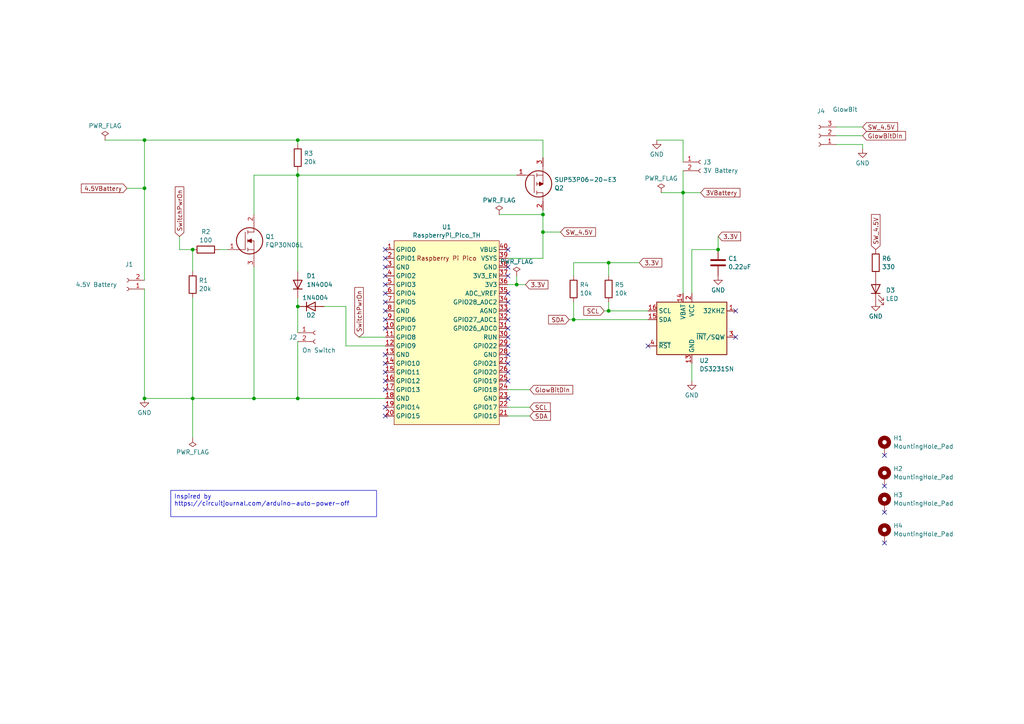
<source format=kicad_sch>
(kicad_sch (version 20230121) (generator eeschema)
  (paper "A4")
  (lib_symbols
    (symbol "Connector:Conn_01x02_Socket" (pin_names (offset 1.016) hide)
      (property "Reference" "J" (at 0 2.54 0))
      (property "Value" "Conn_01x02_Socket" (at 0 -5.08 0))
      (symbol "Conn_01x02_Socket_1_1"
        (arc (start 0 -2.032) (mid -0.5058 -2.54) (end 0 -3.048) (stroke (width 0.1524)))
        (polyline (pts (xy -1.27 -2.54) (xy -0.508 -2.54)) (stroke (width 0.1524)))
        (polyline (pts (xy -1.27 0) (xy -0.508 0)) (stroke (width 0.1524)))
        (arc (start 0 0.508) (mid -0.5058 0) (end 0 -0.508) (stroke (width 0.1524)))
        (pin passive line (at -5.08 0 0) (length 3.81) (name "Pin_1") (number "1"))
        (pin passive line (at -5.08 -2.54 0) (length 3.81) (name "Pin_2") (number "2"))
      )
    )
    (symbol "Connector:Conn_01x03_Socket" (pin_names (offset 1.016) hide)
      (property "Reference" "J" (at 0 5.08 0))
      (property "Value" "Conn_01x03_Socket" (at 0 -5.08 0))
      (symbol "Conn_01x03_Socket_1_1"
        (arc (start 0 -2.032) (mid -0.5058 -2.54) (end 0 -3.048) (stroke (width 0.1524)))
        (polyline (pts (xy -1.27 -2.54) (xy -0.508 -2.54)) (stroke (width 0.1524)))
        (polyline (pts (xy -1.27 0) (xy -0.508 0)) (stroke (width 0.1524)))
        (polyline (pts (xy -1.27 2.54) (xy -0.508 2.54)) (stroke (width 0.1524)))
        (arc (start 0 0.508) (mid -0.5058 0) (end 0 -0.508) (stroke (width 0.1524)))
        (arc (start 0 3.048) (mid -0.5058 2.54) (end 0 2.032) (stroke (width 0.1524)))
        (pin passive line (at -5.08 2.54 0) (length 3.81) (name "Pin_1") (number "1"))
        (pin passive line (at -5.08 0 0) (length 3.81) (name "Pin_2") (number "2"))
        (pin passive line (at -5.08 -2.54 0) (length 3.81) (name "Pin_3") (number "3"))
      )
    )
    (symbol "Device:C" (pin_numbers hide) (pin_names (offset 0.254))
      (property "Reference" "C" (at 0.635 2.54 0))
      (property "Value" "C" (at 0.635 -2.54 0))
      (symbol "C_0_1"
        (polyline (pts (xy -2.032 -0.762) (xy 2.032 -0.762)) (stroke (width 0.508)))
        (polyline (pts (xy -2.032 0.762) (xy 2.032 0.762)) (stroke (width 0.508)))
      )
      (symbol "C_1_1"
        (pin passive line (at 0 3.81 270) (length 2.794) (name "~") (number "1"))
        (pin passive line (at 0 -3.81 90) (length 2.794) (name "~") (number "2"))
      )
    )
    (symbol "Device:D" (pin_numbers hide) (pin_names (offset 1.016) hide)
      (property "Reference" "D" (at 0 2.54 0))
      (property "Value" "D" (at 0 -2.54 0))
      (symbol "D_0_1"
        (polyline (pts (xy -1.27 1.27) (xy -1.27 -1.27)) (stroke (width 0.254)))
        (polyline (pts (xy 1.27 0) (xy -1.27 0)))
        (polyline (pts (xy 1.27 1.27) (xy 1.27 -1.27) (xy -1.27 0) (xy 1.27 1.27)) (stroke (width 0.254)))
      )
      (symbol "D_1_1"
        (pin passive line (at -3.81 0 0) (length 2.54) (name "K") (number "1"))
        (pin passive line (at 3.81 0 180) (length 2.54) (name "A") (number "2"))
      )
    )
    (symbol "Device:LED" (pin_numbers hide) (pin_names (offset 1.016) hide)
      (property "Reference" "D" (at 0 2.54 0))
      (property "Value" "LED" (at 0 -2.54 0))
      (symbol "LED_0_1"
        (polyline (pts (xy -1.27 -1.27) (xy -1.27 1.27)) (stroke (width 0.254)))
        (polyline (pts (xy -1.27 0) (xy 1.27 0)))
        (polyline (pts (xy 1.27 -1.27) (xy 1.27 1.27) (xy -1.27 0) (xy 1.27 -1.27)) (stroke (width 0.254)))
        (polyline (pts (xy -3.048 -0.762) (xy -4.572 -2.286) (xy -3.81 -2.286) (xy -4.572 -2.286) (xy -4.572 -1.524)))
        (polyline (pts (xy -1.778 -0.762) (xy -3.302 -2.286) (xy -2.54 -2.286) (xy -3.302 -2.286) (xy -3.302 -1.524)))
      )
      (symbol "LED_1_1"
        (pin passive line (at -3.81 0 0) (length 2.54) (name "K") (number "1"))
        (pin passive line (at 3.81 0 180) (length 2.54) (name "A") (number "2"))
      )
    )
    (symbol "Device:R" (pin_numbers hide) (pin_names (offset 0))
      (property "Reference" "R" (at 2.032 0 90))
      (property "Value" "R" (at 0 0 90))
      (symbol "R_0_1"
        (rectangle (start -1.016 -2.54) (end 1.016 2.54) (stroke (width 0.254)))
      )
      (symbol "R_1_1"
        (pin passive line (at 0 3.81 270) (length 1.27) (name "~") (number "1"))
        (pin passive line (at 0 -3.81 90) (length 1.27) (name "~") (number "2"))
      )
    )
    (symbol "Mechanical:MountingHole_Pad" (pin_numbers hide) (pin_names (offset 1.016) hide)
      (property "Reference" "H" (at 0 6.35 0))
      (property "Value" "MountingHole_Pad" (at 0 4.445 0))
      (symbol "MountingHole_Pad_0_1"
        (circle (center 0 1.27) (radius 1.27) (stroke (width 1.27)))
      )
      (symbol "MountingHole_Pad_1_1"
        (pin input line (at 0 -2.54 90) (length 2.54) (name "1") (number "1"))
      )
    )
    (symbol "My_Symbols:DS3231SN"
      (property "Reference" "U" (at -7.62 8.89 0))
      (property "Value" "DS3231SN" (at 11.43 8.89 0))
      (symbol "DS3231SN_0_1"
        (rectangle (start -10.16 7.62) (end 10.16 -7.62) (stroke (width 0.254)) (fill (type background)))
      )
      (symbol "DS3231SN_1_0"
        (pin passive line (at 0 -10.16 90) (length 2.54) hide (name "GND") (number "10"))
        (pin passive line (at 0 -10.16 90) (length 2.54) hide (name "GND") (number "11"))
        (pin passive line (at 0 -10.16 90) (length 2.54) hide (name "GND") (number "12"))
        (pin passive line (at 0 -10.16 90) (length 2.54) hide (name "GND") (number "5"))
        (pin passive line (at 0 -10.16 90) (length 2.54) hide (name "GND") (number "6"))
        (pin passive line (at 0 -10.16 90) (length 2.54) hide (name "GND") (number "7"))
        (pin passive line (at 0 -10.16 90) (length 2.54) hide (name "GND") (number "8"))
        (pin passive line (at 0 -10.16 90) (length 2.54) hide (name "GND") (number "9"))
      )
      (symbol "DS3231SN_1_1"
        (pin open_collector line (at 12.7 5.08 180) (length 2.54) (name "32KHZ") (number "1"))
        (pin power_in line (at 0 -10.16 90) (length 2.54) (name "GND") (number "13"))
        (pin power_in line (at -2.54 10.16 270) (length 2.54) (name "VBAT") (number "14"))
        (pin bidirectional line (at -12.7 2.54 0) (length 2.54) (name "SDA") (number "15"))
        (pin input line (at -12.7 5.08 0) (length 2.54) (name "SCL") (number "16"))
        (pin power_in line (at 0 10.16 270) (length 2.54) (name "VCC") (number "2"))
        (pin open_collector line (at 12.7 -2.54 180) (length 2.54) (name "~{INT}/SQW") (number "3"))
        (pin bidirectional line (at -12.7 -5.08 0) (length 2.54) (name "~{RST}") (number "4"))
      )
    )
    (symbol "My_Symbols:FQP30N06L" (pin_names (offset 0.762))
      (property "Reference" "Q1" (at 10.922 3.7084 0))
      (property "Value" "FQP30N06L" (at 10.922 1.397 0))
      (symbol "FQP30N06L_0_0"
        (pin passive line (at 0 0 0) (length 2.54) (name "~") (number "1"))
        (pin passive line (at 7.62 10.16 270) (length 2.54) (name "~") (number "2"))
        (pin passive line (at 7.62 -5.08 90) (length 2.54) (name "~") (number "3"))
      )
      (symbol "FQP30N06L_0_1"
        (polyline (pts (xy 5.842 -0.508) (xy 5.842 0.508)) (stroke (width 0.1524)))
        (polyline (pts (xy 5.842 0) (xy 7.62 0)) (stroke (width 0.1524)))
        (polyline (pts (xy 5.842 2.032) (xy 5.842 3.048)) (stroke (width 0.1524)))
        (polyline (pts (xy 5.842 5.588) (xy 5.842 4.572)) (stroke (width 0.1524)))
        (polyline (pts (xy 7.62 2.54) (xy 5.842 2.54)) (stroke (width 0.1524)))
        (polyline (pts (xy 7.62 2.54) (xy 7.62 -2.54)) (stroke (width 0.1524)))
        (polyline (pts (xy 7.62 5.08) (xy 5.842 5.08)) (stroke (width 0.1524)))
        (polyline (pts (xy 7.62 5.08) (xy 7.62 7.62)) (stroke (width 0.1524)))
        (polyline (pts (xy 2.54 0) (xy 5.08 0) (xy 5.08 5.08)) (stroke (width 0.1524)))
        (polyline (pts (xy 5.842 2.54) (xy 6.858 3.048) (xy 6.858 2.032) (xy 5.842 2.54)) (stroke (width 0.254)) (fill (type outline)))
        (circle (center 6.35 2.54) (radius 3.81) (stroke (width 0.254)))
      )
    )
    (symbol "My_Symbols:RaspberryPi_Pico_TH"
      (property "Reference" "U" (at -13.97 27.94 0))
      (property "Value" "RaspberryPi_Pico_TH" (at 0 19.05 0))
      (symbol "RaspberryPi_Pico_TH_0_0"
        (text "Raspberry Pi Pico" (at 0 21.59 0) (effects (font (size 1.27 1.27))))
      )
      (symbol "RaspberryPi_Pico_TH_0_1"
        (rectangle (start -15.24 26.67) (end 15.24 -26.67) (fill (type background)))
      )
      (symbol "RaspberryPi_Pico_TH_1_1"
        (pin bidirectional line (at -17.78 24.13 0) (length 2.54) (name "GPIO0") (number "1"))
        (pin bidirectional line (at -17.78 1.27 0) (length 2.54) (name "GPIO7") (number "10"))
        (pin bidirectional line (at -17.78 -1.27 0) (length 2.54) (name "GPIO8") (number "11"))
        (pin bidirectional line (at -17.78 -3.81 0) (length 2.54) (name "GPIO9") (number "12"))
        (pin power_in line (at -17.78 -6.35 0) (length 2.54) (name "GND") (number "13"))
        (pin bidirectional line (at -17.78 -8.89 0) (length 2.54) (name "GPIO10") (number "14"))
        (pin bidirectional line (at -17.78 -11.43 0) (length 2.54) (name "GPIO11") (number "15"))
        (pin bidirectional line (at -17.78 -13.97 0) (length 2.54) (name "GPIO12") (number "16"))
        (pin bidirectional line (at -17.78 -16.51 0) (length 2.54) (name "GPIO13") (number "17"))
        (pin power_in line (at -17.78 -19.05 0) (length 2.54) (name "GND") (number "18"))
        (pin bidirectional line (at -17.78 -21.59 0) (length 2.54) (name "GPIO14") (number "19"))
        (pin bidirectional line (at -17.78 21.59 0) (length 2.54) (name "GPIO1") (number "2"))
        (pin bidirectional line (at -17.78 -24.13 0) (length 2.54) (name "GPIO15") (number "20"))
        (pin bidirectional line (at 17.78 -24.13 180) (length 2.54) (name "GPIO16") (number "21"))
        (pin bidirectional line (at 17.78 -21.59 180) (length 2.54) (name "GPIO17") (number "22"))
        (pin power_in line (at 17.78 -19.05 180) (length 2.54) (name "GND") (number "23"))
        (pin bidirectional line (at 17.78 -16.51 180) (length 2.54) (name "GPIO18") (number "24"))
        (pin bidirectional line (at 17.78 -13.97 180) (length 2.54) (name "GPIO19") (number "25"))
        (pin bidirectional line (at 17.78 -11.43 180) (length 2.54) (name "GPIO20") (number "26"))
        (pin bidirectional line (at 17.78 -8.89 180) (length 2.54) (name "GPIO21") (number "27"))
        (pin power_in line (at 17.78 -6.35 180) (length 2.54) (name "GND") (number "28"))
        (pin bidirectional line (at 17.78 -3.81 180) (length 2.54) (name "GPIO22") (number "29"))
        (pin power_in line (at -17.78 19.05 0) (length 2.54) (name "GND") (number "3"))
        (pin input line (at 17.78 -1.27 180) (length 2.54) (name "RUN") (number "30"))
        (pin bidirectional line (at 17.78 1.27 180) (length 2.54) (name "GPIO26_ADC0") (number "31"))
        (pin bidirectional line (at 17.78 3.81 180) (length 2.54) (name "GPIO27_ADC1") (number "32"))
        (pin power_in line (at 17.78 6.35 180) (length 2.54) (name "AGND") (number "33"))
        (pin bidirectional line (at 17.78 8.89 180) (length 2.54) (name "GPIO28_ADC2") (number "34"))
        (pin power_in line (at 17.78 11.43 180) (length 2.54) (name "ADC_VREF") (number "35"))
        (pin power_in line (at 17.78 13.97 180) (length 2.54) (name "3V3") (number "36"))
        (pin input line (at 17.78 16.51 180) (length 2.54) (name "3V3_EN") (number "37"))
        (pin power_in line (at 17.78 19.05 180) (length 2.54) (name "GND") (number "38"))
        (pin power_in line (at 17.78 21.59 180) (length 2.54) (name "VSYS") (number "39"))
        (pin bidirectional line (at -17.78 16.51 0) (length 2.54) (name "GPIO2") (number "4"))
        (pin power_in line (at 17.78 24.13 180) (length 2.54) (name "VBUS") (number "40"))
        (pin bidirectional line (at -17.78 13.97 0) (length 2.54) (name "GPIO3") (number "5"))
        (pin bidirectional line (at -17.78 11.43 0) (length 2.54) (name "GPIO4") (number "6"))
        (pin bidirectional line (at -17.78 8.89 0) (length 2.54) (name "GPIO5") (number "7"))
        (pin power_in line (at -17.78 6.35 0) (length 2.54) (name "GND") (number "8"))
        (pin bidirectional line (at -17.78 3.81 0) (length 2.54) (name "GPIO6") (number "9"))
      )
    )
    (symbol "My_Symbols:SUP53P06-20-E3" (pin_names (offset 0.762))
      (property "Reference" "Q2" (at 10.922 3.7084 0))
      (property "Value" "SUP53P06-20-E3" (at 10.922 1.397 0))
      (symbol "SUP53P06-20-E3_0_0"
        (pin passive line (at 0 0 0) (length 2.54) (name "~") (number "1"))
        (pin passive line (at 7.62 10.16 270) (length 2.54) (name "~") (number "2"))
        (pin passive line (at 7.62 -5.08 90) (length 2.54) (name "~") (number "3"))
      )
      (symbol "SUP53P06-20-E3_0_1"
        (polyline (pts (xy 5.842 -0.508) (xy 5.842 0.508)) (stroke (width 0.1524)))
        (polyline (pts (xy 5.842 0) (xy 7.62 0)) (stroke (width 0.1524)))
        (polyline (pts (xy 5.842 2.032) (xy 5.842 3.048)) (stroke (width 0.1524)))
        (polyline (pts (xy 5.842 5.588) (xy 5.842 4.572)) (stroke (width 0.1524)))
        (polyline (pts (xy 7.62 2.54) (xy 5.842 2.54)) (stroke (width 0.1524)))
        (polyline (pts (xy 7.62 2.54) (xy 7.62 -2.54)) (stroke (width 0.1524)))
        (polyline (pts (xy 7.62 5.08) (xy 5.842 5.08)) (stroke (width 0.1524)))
        (polyline (pts (xy 7.62 5.08) (xy 7.62 7.62)) (stroke (width 0.1524)))
        (polyline (pts (xy 2.54 0) (xy 5.08 0) (xy 5.08 5.08)) (stroke (width 0.1524)))
        (polyline (pts (xy 7.62 2.54) (xy 6.604 3.048) (xy 6.604 2.032) (xy 7.62 2.54)) (stroke (width 0.254)) (fill (type outline)))
        (circle (center 6.35 2.54) (radius 3.81) (stroke (width 0.254)))
      )
    )
    (symbol "power:GND" (power) (pin_names (offset 0))
      (property "Value" "GND" (at 0 -3.81 0))
      (symbol "GND_0_1"
        (polyline (pts (xy 0 0) (xy 0 -1.27) (xy 1.27 -1.27) (xy 0 -2.54) (xy -1.27 -1.27) (xy 0 -1.27)))
      )
      (symbol "GND_1_1"
        (pin power_in line (at 0 0 270) (length 0) hide (name "GND") (number "1"))
      )
    )
    (symbol "power:PWR_FLAG" (power) (pin_numbers hide) (pin_names (offset 0) hide)
      (property "Value" "PWR_FLAG" (at 0 3.81 0))
      (symbol "PWR_FLAG_0_0"
        (pin power_out line (at 0 0 90) (length 0) (name "pwr") (number "1"))
      )
      (symbol "PWR_FLAG_0_1"
        (polyline (pts (xy 0 0) (xy 0 1.27) (xy -1.016 1.905) (xy 0 2.54) (xy 1.016 1.905) (xy 0 1.27)))
      )
    )
  )
  (junction (at 55.88 115.57))
  (junction (at 166.37 92.71))
  (junction (at 86.36 50.8))
  (junction (at 176.53 76.2))
  (junction (at 198.12 55.88))
  (junction (at 157.48 67.31))
  (junction (at 55.88 72.39))
  (junction (at 157.48 62.23))
  (junction (at 86.36 88.9))
  (junction (at 86.36 40.64))
  (junction (at 149.86 82.55))
  (junction (at 41.91 115.57))
  (junction (at 176.53 90.17))
  (junction (at 86.36 115.57))
  (junction (at 73.66 115.57))
  (junction (at 208.28 72.39))
  (junction (at 41.91 54.61))
  (junction (at 41.91 40.64))
  (no_connect (at 147.32 87.63))
  (no_connect (at 111.76 82.55))
  (no_connect (at 256.54 132.08))
  (no_connect (at 111.76 80.01))
  (no_connect (at 147.32 97.79))
  (no_connect (at 256.54 157.48))
  (no_connect (at 111.76 113.03))
  (no_connect (at 111.76 90.17))
  (no_connect (at 111.76 102.87))
  (no_connect (at 213.36 97.79))
  (no_connect (at 111.76 105.41))
  (no_connect (at 213.36 90.17))
  (no_connect (at 147.32 92.71))
  (no_connect (at 111.76 107.95))
  (no_connect (at 256.54 140.97))
  (no_connect (at 111.76 87.63))
  (no_connect (at 111.76 110.49))
  (no_connect (at 111.76 120.65))
  (no_connect (at 111.76 74.93))
  (no_connect (at 111.76 118.11))
  (no_connect (at 111.76 72.39))
  (no_connect (at 147.32 85.09))
  (no_connect (at 147.32 90.17))
  (no_connect (at 111.76 85.09))
  (no_connect (at 111.76 95.25))
  (no_connect (at 147.32 110.49))
  (no_connect (at 187.96 100.33))
  (no_connect (at 111.76 92.71))
  (no_connect (at 256.54 148.59))
  (no_connect (at 147.32 102.87))
  (no_connect (at 147.32 80.01))
  (no_connect (at 147.32 105.41))
  (no_connect (at 147.32 77.47))
  (no_connect (at 147.32 72.39))
  (no_connect (at 147.32 100.33))
  (no_connect (at 147.32 107.95))
  (no_connect (at 147.32 95.25))
  (no_connect (at 147.32 115.57))
  (no_connect (at 111.76 77.47))
  (wire (pts (xy 41.91 115.57) (xy 55.88 115.57)))
  (wire (pts (xy 198.12 40.64) (xy 198.12 46.99)))
  (wire (pts (xy 86.36 50.8) (xy 149.86 50.8)))
  (wire (pts (xy 162.56 67.31) (xy 157.48 67.31)))
  (wire (pts (xy 176.53 76.2) (xy 176.53 80.01)))
  (wire (pts (xy 86.36 88.9) (xy 86.36 96.52)))
  (wire (pts (xy 55.88 72.39) (xy 52.07 72.39)))
  (wire (pts (xy 73.66 62.23) (xy 73.66 50.8)))
  (wire (pts (xy 190.5 40.64) (xy 198.12 40.64)))
  (wire (pts (xy 86.36 50.8) (xy 86.36 78.74)))
  (wire (pts (xy 86.36 86.36) (xy 86.36 88.9)))
  (wire (pts (xy 200.66 105.41) (xy 200.66 110.49)))
  (wire (pts (xy 157.48 60.96) (xy 157.48 62.23)))
  (wire (pts (xy 100.33 100.33) (xy 111.76 100.33)))
  (wire (pts (xy 208.28 68.58) (xy 208.28 72.39)))
  (wire (pts (xy 198.12 55.88) (xy 198.12 85.09)))
  (wire (pts (xy 165.1 92.71) (xy 166.37 92.71)))
  (wire (pts (xy 147.32 118.11) (xy 153.67 118.11)))
  (wire (pts (xy 147.32 120.65) (xy 153.67 120.65)))
  (wire (pts (xy 191.77 55.88) (xy 198.12 55.88)))
  (wire (pts (xy 30.48 40.64) (xy 41.91 40.64)))
  (wire (pts (xy 86.36 99.06) (xy 86.36 115.57)))
  (wire (pts (xy 144.78 62.23) (xy 157.48 62.23)))
  (wire (pts (xy 166.37 92.71) (xy 187.96 92.71)))
  (wire (pts (xy 242.57 41.91) (xy 250.19 41.91)))
  (wire (pts (xy 104.14 97.79) (xy 111.76 97.79)))
  (wire (pts (xy 41.91 83.82) (xy 41.91 115.57)))
  (wire (pts (xy 176.53 87.63) (xy 176.53 90.17)))
  (wire (pts (xy 73.66 50.8) (xy 86.36 50.8)))
  (wire (pts (xy 200.66 85.09) (xy 200.66 72.39)))
  (wire (pts (xy 111.76 115.57) (xy 86.36 115.57)))
  (wire (pts (xy 242.57 39.37) (xy 250.19 39.37)))
  (wire (pts (xy 52.07 68.58) (xy 52.07 72.39)))
  (wire (pts (xy 41.91 40.64) (xy 41.91 54.61)))
  (wire (pts (xy 55.88 72.39) (xy 55.88 78.74)))
  (wire (pts (xy 41.91 54.61) (xy 41.91 81.28)))
  (wire (pts (xy 198.12 49.53) (xy 198.12 55.88)))
  (wire (pts (xy 166.37 87.63) (xy 166.37 92.71)))
  (wire (pts (xy 55.88 115.57) (xy 55.88 127)))
  (wire (pts (xy 242.57 36.83) (xy 250.19 36.83)))
  (wire (pts (xy 166.37 76.2) (xy 166.37 80.01)))
  (wire (pts (xy 200.66 72.39) (xy 208.28 72.39)))
  (wire (pts (xy 63.5 72.39) (xy 66.04 72.39)))
  (wire (pts (xy 86.36 40.64) (xy 157.48 40.64)))
  (wire (pts (xy 73.66 115.57) (xy 86.36 115.57)))
  (wire (pts (xy 86.36 40.64) (xy 41.91 40.64)))
  (wire (pts (xy 55.88 115.57) (xy 73.66 115.57)))
  (wire (pts (xy 147.32 82.55) (xy 149.86 82.55)))
  (wire (pts (xy 149.86 80.01) (xy 149.86 82.55)))
  (wire (pts (xy 157.48 74.93) (xy 147.32 74.93)))
  (wire (pts (xy 166.37 76.2) (xy 176.53 76.2)))
  (wire (pts (xy 176.53 90.17) (xy 187.96 90.17)))
  (wire (pts (xy 100.33 88.9) (xy 100.33 100.33)))
  (wire (pts (xy 250.19 41.91) (xy 250.19 43.18)))
  (wire (pts (xy 73.66 77.47) (xy 73.66 115.57)))
  (wire (pts (xy 157.48 40.64) (xy 157.48 45.72)))
  (wire (pts (xy 203.2 55.88) (xy 198.12 55.88)))
  (wire (pts (xy 175.26 90.17) (xy 176.53 90.17)))
  (wire (pts (xy 147.32 113.03) (xy 153.67 113.03)))
  (wire (pts (xy 157.48 67.31) (xy 157.48 74.93)))
  (wire (pts (xy 176.53 76.2) (xy 185.42 76.2)))
  (wire (pts (xy 55.88 86.36) (xy 55.88 115.57)))
  (wire (pts (xy 93.98 88.9) (xy 100.33 88.9)))
  (wire (pts (xy 86.36 49.53) (xy 86.36 50.8)))
  (wire (pts (xy 149.86 82.55) (xy 152.4 82.55)))
  (wire (pts (xy 86.36 40.64) (xy 86.36 41.91)))
  (wire (pts (xy 157.48 62.23) (xy 157.48 67.31)))
  (wire (pts (xy 36.83 54.61) (xy 41.91 54.61)))
  (text_box "Inspired by https://circuitjournal.com/arduino-auto-power-off" (at 49.53 142.24 0) (size 59.69 7.62) (effects (font (size 1.27 1.27)) (justify left top)))
  (global_label "SW_4.5V" (shape input) (at 162.56 67.31 0) (property "Intersheetrefs" "${INTERSHEET_REFS}" (effects hide)))
  (global_label "SwitchPwrOn" (shape input) (at 104.14 97.79 90) (property "Intersheetrefs" "${INTERSHEET_REFS}" (effects hide)))
  (global_label "3.3V" (shape input) (at 152.4 82.55 0) (property "Intersheetrefs" "${INTERSHEET_REFS}" (effects hide)))
  (global_label "3.3V" (shape input) (at 208.28 68.58 0) (property "Intersheetrefs" "${INTERSHEET_REFS}" (effects hide)))
  (global_label "SCL" (shape input) (at 175.26 90.17 180) (property "Intersheetrefs" "${INTERSHEET_REFS}" (effects hide)))
  (global_label "SCL" (shape input) (at 153.67 118.11 0) (property "Intersheetrefs" "${INTERSHEET_REFS}" (effects hide)))
  (global_label "4.5VBattery" (shape input) (at 36.83 54.61 180) (property "Intersheetrefs" "${INTERSHEET_REFS}" (effects hide)))
  (global_label "GlowBitDIn" (shape input) (at 153.67 113.03 0) (property "Intersheetrefs" "${INTERSHEET_REFS}" (effects hide)))
  (global_label "SW_4.5V" (shape input) (at 254 72.39 90) (property "Intersheetrefs" "${INTERSHEET_REFS}" (effects hide)))
  (global_label "SW_4.5V" (shape input) (at 250.19 36.83 0) (property "Intersheetrefs" "${INTERSHEET_REFS}" (effects hide)))
  (global_label "SDA" (shape input) (at 153.67 120.65 0) (property "Intersheetrefs" "${INTERSHEET_REFS}" (effects hide)))
  (global_label "3.3V" (shape input) (at 185.42 76.2 0) (property "Intersheetrefs" "${INTERSHEET_REFS}" (effects hide)))
  (global_label "3VBattery" (shape input) (at 203.2 55.88 0) (property "Intersheetrefs" "${INTERSHEET_REFS}" (effects hide)))
  (global_label "SwitchPwrOn" (shape input) (at 52.07 68.58 90) (property "Intersheetrefs" "${INTERSHEET_REFS}" (effects hide)))
  (global_label "GlowBitDIn" (shape input) (at 250.19 39.37 0) (property "Intersheetrefs" "${INTERSHEET_REFS}" (effects hide)))
  (global_label "SDA" (shape input) (at 165.1 92.71 180) (property "Intersheetrefs" "${INTERSHEET_REFS}" (effects hide)))
  (symbol (lib_id "power:GND") (at 200.66 110.49 0) (unit 1)
    (property "Reference" "#PWR03" (effects hide))
    (property "Value" "GND" (at 200.66 114.6231 0))
  )
  (symbol (lib_id "My_Symbols:FQP30N06L") (at 66.04 72.39 0) (unit 1)
    (property "Reference" "Q1" (at 76.962 68.6379 0) (effects (justify left)))
    (property "Value" "FQP30N06L" (at 76.962 71.0621 0) (effects (justify left)))
    (property "Footprint" "Package_TO_SOT_THT:TO-220-3_Vertical" (effects hide))
    (property "Datasheet" "https://www.mouser.com/datasheet/2/308/FQP30N06L-1306227.pdf" (effects hide))
    (property "Description" "FQP30N06L N-Channel MOSFET, 32 A, 60 V QFET, 3-Pin TO-220 ON Semiconductor" (effects hide))
    (property "Height" "4.7" (effects hide))
    (property "Manufacturer_Name" "ON Semiconductor" (effects hide))
    (property "Manufacturer_Part_Number" "FQP30N06L" (effects hide))
    (property "Arrow Part Number" "FQP30N06L" (effects hide))
    (property "Arrow Price/Stock" "https://www.arrow.com/en/products/fqp30n06l/on-semiconductor" (effects hide))
    (property "Mouser Part Number" "512-FQP30N06L" (effects hide))
    (property "Mouser Price/Stock" "https://www.mouser.co.uk/ProductDetail/ON-Semiconductor-Fairchild/FQP30N06L?qs=%252Beu4QTTVkDqugBwFplJ%252Bug%3D%3D" (effects hide))
  )
  (symbol (lib_id "Mechanical:MountingHole_Pad") (at 256.54 138.43 0) (unit 1)
    (property "Reference" "H2" (at 259.08 135.9479 0) (effects (justify left)))
    (property "Value" "MountingHole_Pad" (at 259.08 138.3721 0) (effects (justify left)))
    (property "Footprint" "MountingHole:MountingHole_3.2mm_M3_Pad" (effects hide))
  )
  (symbol (lib_id "Device:R") (at 176.53 83.82 0) (unit 1)
    (property "Reference" "R5" (at 178.308 82.6079 0) (effects (justify left)))
    (property "Value" "10k" (at 178.308 85.0321 0) (effects (justify left)))
    (property "Footprint" "Resistor_THT:R_Axial_DIN0207_L6.3mm_D2.5mm_P7.62mm_Horizontal" (effects hide))
  )
  (symbol (lib_id "Device:R") (at 86.36 45.72 0) (unit 1)
    (property "Reference" "R3" (at 88.138 44.5079 0) (effects (justify left)))
    (property "Value" "20k" (at 88.138 46.9321 0) (effects (justify left)))
    (property "Footprint" "Resistor_THT:R_Axial_DIN0207_L6.3mm_D2.5mm_P7.62mm_Horizontal" (effects hide))
  )
  (symbol (lib_id "Device:LED") (at 254 83.82 90) (unit 1)
    (property "Reference" "D3" (at 256.921 84.1954 90) (effects (justify right)))
    (property "Value" "LED" (at 256.921 86.6196 90) (effects (justify right)))
    (property "Footprint" "LED_THT:LED_D5.0mm" (effects hide))
  )
  (symbol (lib_id "Mechanical:MountingHole_Pad") (at 256.54 129.54 0) (unit 1)
    (property "Reference" "H1" (at 259.08 127.0579 0) (effects (justify left)))
    (property "Value" "MountingHole_Pad" (at 259.08 129.4821 0) (effects (justify left)))
    (property "Footprint" "MountingHole:MountingHole_3.2mm_M3_Pad" (effects hide))
  )
  (symbol (lib_id "power:GND") (at 254 87.63 0) (unit 1)
    (property "Reference" "#PWR06" (effects hide))
    (property "Value" "GND" (at 254 91.7631 0))
  )
  (symbol (lib_id "Mechanical:MountingHole_Pad") (at 256.54 146.05 0) (unit 1)
    (property "Reference" "H3" (at 259.08 143.5679 0) (effects (justify left)))
    (property "Value" "MountingHole_Pad" (at 259.08 145.9921 0) (effects (justify left)))
    (property "Footprint" "MountingHole:MountingHole_3.2mm_M3_Pad" (effects hide))
  )
  (symbol (lib_id "Connector:Conn_01x02_Socket") (at 203.2 46.99 0) (unit 1)
    (property "Reference" "J3" (at 203.9112 47.0479 0) (effects (justify left)))
    (property "Value" "3V Battery" (at 203.9112 49.4721 0) (effects (justify left)))
    (property "Footprint" "Connector_JST:JST_XH_B2B-XH-A_1x02_P2.50mm_Vertical" (effects hide))
  )
  (symbol (lib_id "My_Symbols:DS3231SN") (at 200.66 95.25 0) (unit 1)
    (property "Reference" "U2" (at 202.8541 104.5901 0) (effects (justify left)))
    (property "Value" "DS3231SN" (at 202.8541 107.0143 0) (effects (justify left)))
    (property "Footprint" "Package_SO:SOIC-16W_7.5x10.3mm_P1.27mm" (effects hide))
    (property "Datasheet" "http://datasheets.maximintegrated.com/en/ds/DS3231SN.pdf" (effects hide))
    (property "Notes" "Pins 5-12 are NC, but must be connected to GND as per datasheet" (effects hide))
  )
  (symbol (lib_id "My_Symbols:SUP53P06-20-E3") (at 149.86 50.8 0) (mirror x) (unit 1)
    (property "Reference" "Q2" (at 160.782 54.5521 0) (effects (justify left)))
    (property "Value" "SUP53P06-20-E3" (at 160.782 52.1279 0) (effects (justify left)))
    (property "Footprint" "Package_TO_SOT_THT:TO-220-3_Vertical" (effects hide))
    (property "Datasheet" "http://www.vishay.com/docs/68633/sup53p06.pdf" (effects hide))
    (property "Description" "VISHAY - SUP53P06-20-E3 - MOSFET, P, TO-220" (effects hide))
    (property "Height" "4.65" (effects hide))
    (property "Manufacturer_Name" "Vishay" (effects hide))
    (property "Manufacturer_Part_Number" "SUP53P06-20-E3" (effects hide))
    (property "Mouser Part Number" "781-SUP53P06-20-E3" (effects hide))
    (property "Mouser Price/Stock" "https://www.mouser.com/Search/Refine.aspx?Keyword=781-SUP53P06-20-E3" (effects hide))
    (property "Arrow Part Number" "SUP53P06-20-E3" (effects hide))
    (property "Arrow Price/Stock" "https://www.arrow.com/en/products/sup53p06-20-e3/vishay" (effects hide))
  )
  (symbol (lib_id "Device:R") (at 254 76.2 0) (unit 1)
    (property "Reference" "R6" (at 255.778 74.9879 0) (effects (justify left)))
    (property "Value" "330" (at 255.778 77.4121 0) (effects (justify left)))
    (property "Footprint" "Resistor_THT:R_Axial_DIN0207_L6.3mm_D2.5mm_P7.62mm_Horizontal" (effects hide))
  )
  (symbol (lib_id "power:PWR_FLAG") (at 30.48 40.64 0) (unit 1)
    (property "Reference" "#FLG01" (effects hide))
    (property "Value" "PWR_FLAG" (at 30.48 36.5069 0))
  )
  (symbol (lib_id "power:GND") (at 250.19 43.18 0) (unit 1)
    (property "Reference" "#PWR05" (effects hide))
    (property "Value" "GND" (at 250.19 47.3131 0))
  )
  (symbol (lib_id "power:GND") (at 208.28 80.01 0) (unit 1)
    (property "Reference" "#PWR04" (effects hide))
    (property "Value" "GND" (at 208.28 84.1431 0))
  )
  (symbol (lib_id "power:PWR_FLAG") (at 149.86 80.01 0) (unit 1)
    (property "Reference" "#FLG04" (effects hide))
    (property "Value" "PWR_FLAG" (at 149.86 75.8769 0))
  )
  (symbol (lib_id "Mechanical:MountingHole_Pad") (at 256.54 154.94 0) (unit 1)
    (property "Reference" "H4" (at 259.08 152.4579 0) (effects (justify left)))
    (property "Value" "MountingHole_Pad" (at 259.08 154.8821 0) (effects (justify left)))
    (property "Footprint" "MountingHole:MountingHole_3.2mm_M3_Pad" (effects hide))
  )
  (symbol (lib_id "Connector:Conn_01x03_Socket") (at 237.49 39.37 180) (unit 1)
    (property "Reference" "J4" (at 238.125 32.2285 0))
    (property "Value" "GlowBit" (at 245.11 31.75 0))
    (property "Footprint" "Connector_JST:JST_XH_S3B-XH-A-1_1x03_P2.50mm_Horizontal" (effects hide))
  )
  (symbol (lib_id "power:PWR_FLAG") (at 144.78 62.23 0) (unit 1)
    (property "Reference" "#FLG03" (effects hide))
    (property "Value" "PWR_FLAG" (at 144.78 58.0969 0))
  )
  (symbol (lib_id "power:PWR_FLAG") (at 191.77 55.88 0) (unit 1)
    (property "Reference" "#FLG05" (effects hide))
    (property "Value" "PWR_FLAG" (at 191.77 51.7469 0))
  )
  (symbol (lib_id "Connector:Conn_01x02_Socket") (at 91.44 96.52 0) (unit 1)
    (property "Reference" "J2" (at 83.82 97.79 0) (effects (justify left)))
    (property "Value" "On Switch" (at 87.63 101.6 0) (effects (justify left)))
    (property "Footprint" "Connector_JST:JST_XH_S2B-XH-A-1_1x02_P2.50mm_Horizontal" (effects hide))
  )
  (symbol (lib_id "Device:R") (at 166.37 83.82 0) (unit 1)
    (property "Reference" "R4" (at 168.148 82.6079 0) (effects (justify left)))
    (property "Value" "10k" (at 168.148 85.0321 0) (effects (justify left)))
    (property "Footprint" "Resistor_THT:R_Axial_DIN0207_L6.3mm_D2.5mm_P7.62mm_Horizontal" (effects hide))
  )
  (symbol (lib_id "Device:R") (at 59.69 72.39 90) (unit 1)
    (property "Reference" "R2" (at 59.69 67.2297 90))
    (property "Value" "100" (at 59.69 69.6539 90))
    (property "Footprint" "Resistor_THT:R_Axial_DIN0207_L6.3mm_D2.5mm_P7.62mm_Horizontal" (effects hide))
  )
  (symbol (lib_id "Connector:Conn_01x02_Socket") (at 36.83 83.82 180) (unit 1)
    (property "Reference" "J1" (at 37.465 76.6785 0))
    (property "Value" "4.5V Battery" (at 27.94 82.55 0))
    (property "Footprint" "Connector_JST:JST_XH_B2B-XH-A_1x02_P2.50mm_Vertical" (effects hide))
  )
  (symbol (lib_id "power:GND") (at 190.5 40.64 0) (unit 1)
    (property "Reference" "#PWR02" (effects hide))
    (property "Value" "GND" (at 190.5 44.7731 0))
  )
  (symbol (lib_id "My_Symbols:RaspberryPi_Pico_TH") (at 129.54 96.52 0) (unit 1)
    (property "Reference" "U1" (at 129.54 65.8327 0))
    (property "Value" "RaspberryPi_Pico_TH" (at 129.54 68.2569 0))
    (property "Footprint" "MyFootprints:RPi_Pico_TH" (effects hide))
  )
  (symbol (lib_id "power:GND") (at 41.91 115.57 0) (unit 1)
    (property "Reference" "#PWR01" (effects hide))
    (property "Value" "GND" (at 41.91 119.7031 0))
  )
  (symbol (lib_id "power:PWR_FLAG") (at 55.88 127 180) (unit 1)
    (property "Reference" "#FLG02" (effects hide))
    (property "Value" "PWR_FLAG" (at 55.88 131.1331 0))
  )
  (symbol (lib_id "Device:D") (at 90.17 88.9 0) (unit 1)
    (property "Reference" "D2" (at 90.17 91.44 0))
    (property "Value" "1N4004" (at 91.44 86.36 0))
    (property "Footprint" "Diode_THT:D_A-405_P7.62mm_Horizontal" (effects hide))
    (property "Sim.Device" "D" (effects hide))
    (property "Sim.Pins" "1=K 2=A" (effects hide))
  )
  (symbol (lib_id "Device:D") (at 86.36 82.55 90) (unit 1)
    (property "Reference" "D1" (at 88.9 80.01 90) (effects (justify right)))
    (property "Value" "1N4004" (at 88.9 82.55 90) (effects (justify right)))
    (property "Footprint" "Diode_THT:D_A-405_P7.62mm_Horizontal" (effects hide))
    (property "Sim.Device" "D" (effects hide))
    (property "Sim.Pins" "1=K 2=A" (effects hide))
  )
  (symbol (lib_id "Device:R") (at 55.88 82.55 0) (unit 1)
    (property "Reference" "R1" (at 57.658 81.3379 0) (effects (justify left)))
    (property "Value" "20k" (at 57.658 83.7621 0) (effects (justify left)))
    (property "Footprint" "Resistor_THT:R_Axial_DIN0207_L6.3mm_D2.5mm_P7.62mm_Horizontal" (effects hide))
  )
  (symbol (lib_id "Device:C") (at 208.28 76.2 0) (unit 1)
    (property "Reference" "C1" (at 211.201 74.9879 0) (effects (justify left)))
    (property "Value" "0.22uF" (at 211.201 77.4121 0) (effects (justify left)))
    (property "Footprint" "Capacitor_THT:C_Disc_D4.7mm_W2.5mm_P5.00mm" (effects hide))
  )
)
</source>
